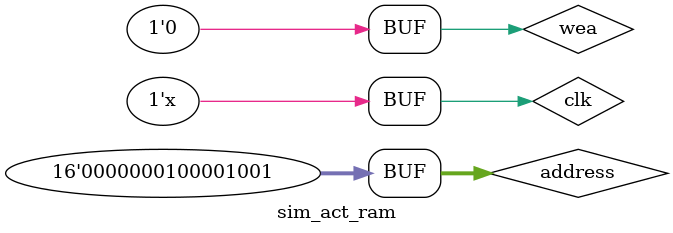
<source format=v>
`timescale 1ns / 1ps


module sim_act_ram();

reg						clk;
reg						wea;

reg			[15:0]		address;
reg			[7:0]		data_in;
wire		[7:0]		result;



initial
begin
	#1	clk <= 1'b0;
	//	address <= 16'b0000000100001010;	// 222
		address <= 16'b0000000100001001;	// 84
		wea <= 1'b0;						// wea = 0 while read data
end

always
begin
	#1 	clk = !clk;
end

blk_mem_act_gen U1(
	.clka				(clk),
	.wea				(wea),
	.addra				(address),
	.dina				(data_in),
	.douta				(result));

endmodule

</source>
